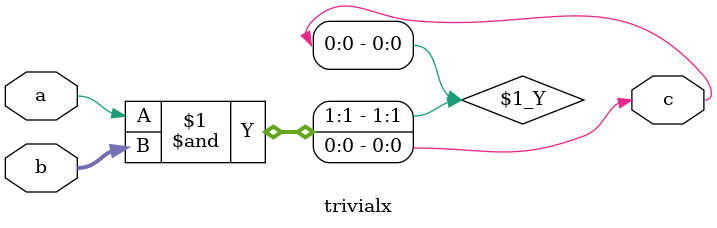
<source format=v>
module trivialx( input a, input [1:0] b, output c);
assign c = a & b;
endmodule


</source>
